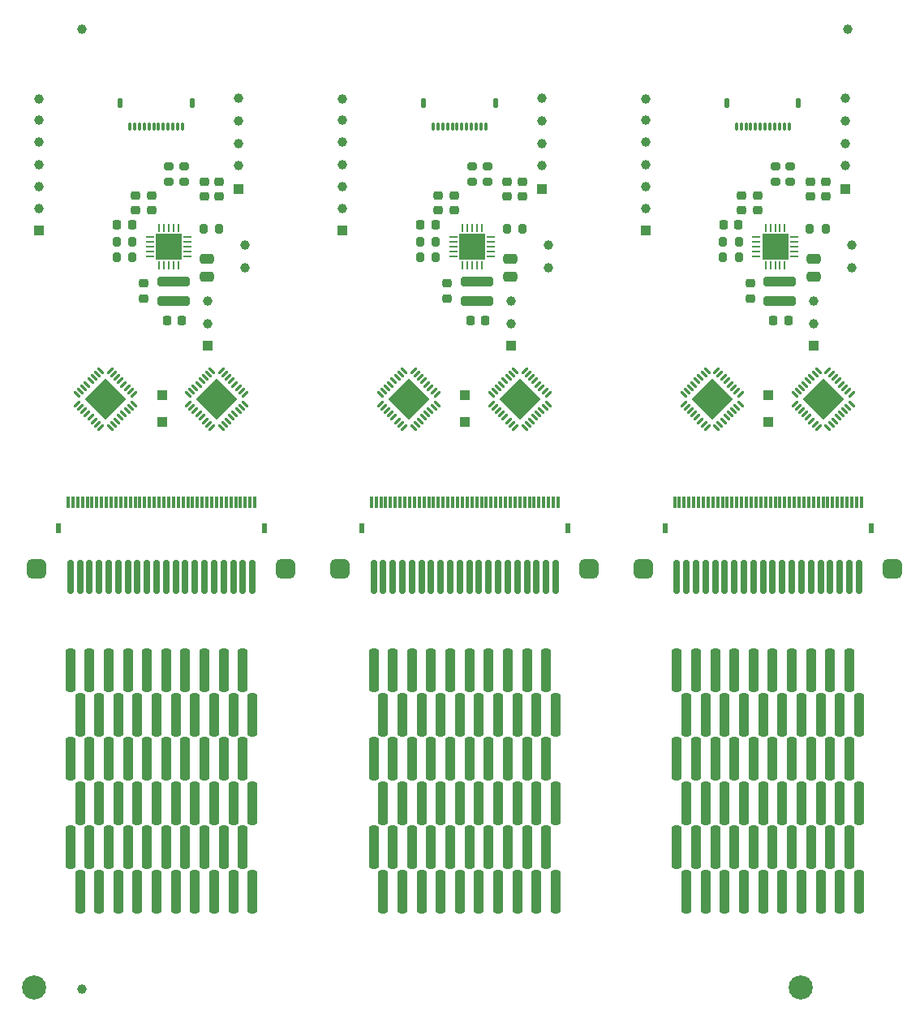
<source format=gbr>
%TF.GenerationSoftware,KiCad,Pcbnew,7.0.5*%
%TF.CreationDate,2023-07-03T18:09:17+02:00*%
%TF.ProjectId,actuator_panel,61637475-6174-46f7-925f-70616e656c2e,rev?*%
%TF.SameCoordinates,Original*%
%TF.FileFunction,Soldermask,Top*%
%TF.FilePolarity,Negative*%
%FSLAX46Y46*%
G04 Gerber Fmt 4.6, Leading zero omitted, Abs format (unit mm)*
G04 Created by KiCad (PCBNEW 7.0.5) date 2023-07-03 18:09:17*
%MOMM*%
%LPD*%
G01*
G04 APERTURE LIST*
G04 Aperture macros list*
%AMRoundRect*
0 Rectangle with rounded corners*
0 $1 Rounding radius*
0 $2 $3 $4 $5 $6 $7 $8 $9 X,Y pos of 4 corners*
0 Add a 4 corners polygon primitive as box body*
4,1,4,$2,$3,$4,$5,$6,$7,$8,$9,$2,$3,0*
0 Add four circle primitives for the rounded corners*
1,1,$1+$1,$2,$3*
1,1,$1+$1,$4,$5*
1,1,$1+$1,$6,$7*
1,1,$1+$1,$8,$9*
0 Add four rect primitives between the rounded corners*
20,1,$1+$1,$2,$3,$4,$5,0*
20,1,$1+$1,$4,$5,$6,$7,0*
20,1,$1+$1,$6,$7,$8,$9,0*
20,1,$1+$1,$8,$9,$2,$3,0*%
%AMRotRect*
0 Rectangle, with rotation*
0 The origin of the aperture is its center*
0 $1 length*
0 $2 width*
0 $3 Rotation angle, in degrees counterclockwise*
0 Add horizontal line*
21,1,$1,$2,0,0,$3*%
G04 Aperture macros list end*
%ADD10C,1.000000*%
%ADD11RoundRect,0.250000X-1.450000X0.250000X-1.450000X-0.250000X1.450000X-0.250000X1.450000X0.250000X0*%
%ADD12R,0.300000X1.250000*%
%ADD13R,0.500000X1.000000*%
%ADD14R,1.000000X1.000000*%
%ADD15RoundRect,0.225000X0.250000X-0.225000X0.250000X0.225000X-0.250000X0.225000X-0.250000X-0.225000X0*%
%ADD16RoundRect,0.200000X-0.200000X-0.275000X0.200000X-0.275000X0.200000X0.275000X-0.200000X0.275000X0*%
%ADD17RoundRect,0.225000X-0.225000X-0.250000X0.225000X-0.250000X0.225000X0.250000X-0.225000X0.250000X0*%
%ADD18RoundRect,0.075000X0.075000X0.325000X-0.075000X0.325000X-0.075000X-0.325000X0.075000X-0.325000X0*%
%ADD19RoundRect,0.125000X0.125000X0.375000X-0.125000X0.375000X-0.125000X-0.375000X0.125000X-0.375000X0*%
%ADD20RoundRect,0.500000X-0.500000X-0.500000X0.500000X-0.500000X0.500000X0.500000X-0.500000X0.500000X0*%
%ADD21RoundRect,0.150000X-0.150000X-1.600000X0.150000X-1.600000X0.150000X1.600000X-0.150000X1.600000X0*%
%ADD22RoundRect,0.250000X-0.250000X-2.000000X0.250000X-2.000000X0.250000X2.000000X-0.250000X2.000000X0*%
%ADD23RoundRect,0.250000X0.300000X-0.300000X0.300000X0.300000X-0.300000X0.300000X-0.300000X-0.300000X0*%
%ADD24RoundRect,0.250000X-0.475000X0.250000X-0.475000X-0.250000X0.475000X-0.250000X0.475000X0.250000X0*%
%ADD25RoundRect,0.062500X-0.220971X-0.309359X0.309359X0.220971X0.220971X0.309359X-0.309359X-0.220971X0*%
%ADD26RoundRect,0.062500X0.220971X-0.309359X0.309359X-0.220971X-0.220971X0.309359X-0.309359X0.220971X0*%
%ADD27RotRect,3.100000X3.100000X45.000000*%
%ADD28RoundRect,0.200000X0.275000X-0.200000X0.275000X0.200000X-0.275000X0.200000X-0.275000X-0.200000X0*%
%ADD29RoundRect,0.225000X0.225000X0.250000X-0.225000X0.250000X-0.225000X-0.250000X0.225000X-0.250000X0*%
%ADD30RoundRect,0.062500X-0.350000X-0.062500X0.350000X-0.062500X0.350000X0.062500X-0.350000X0.062500X0*%
%ADD31RoundRect,0.062500X-0.062500X-0.350000X0.062500X-0.350000X0.062500X0.350000X-0.062500X0.350000X0*%
%ADD32R,2.700000X2.700000*%
%ADD33C,2.510000*%
%ADD34RoundRect,0.200000X-0.275000X0.200000X-0.275000X-0.200000X0.275000X-0.200000X0.275000X0.200000X0*%
%ADD35RoundRect,0.062500X0.309359X-0.220971X-0.220971X0.309359X-0.309359X0.220971X0.220971X-0.309359X0*%
%ADD36RoundRect,0.062500X0.309359X0.220971X0.220971X0.309359X-0.309359X-0.220971X-0.220971X-0.309359X0*%
%ADD37RotRect,3.100000X3.100000X135.000000*%
G04 APERTURE END LIST*
D10*
%TO.C,TP3*%
X125575000Y-47400000D03*
%TD*%
%TO.C,KiKit_FID_T_3*%
X108525000Y-122700000D03*
%TD*%
D11*
%TO.C,L1*%
X118075000Y-48800000D03*
X118075000Y-50900000D03*
%TD*%
D12*
%TO.C,J2*%
X189875000Y-71850000D03*
X189375000Y-71850000D03*
X188875000Y-71850000D03*
X188375000Y-71850000D03*
X187875000Y-71850000D03*
X187375000Y-71850000D03*
X186875000Y-71850000D03*
X186375000Y-71850000D03*
X185875000Y-71850000D03*
X185375000Y-71850000D03*
X184875000Y-71850000D03*
X184375000Y-71850000D03*
X183875000Y-71850000D03*
X183375000Y-71850000D03*
X182875000Y-71850000D03*
X182375000Y-71850000D03*
X181875000Y-71850000D03*
X181375000Y-71850000D03*
X180875000Y-71850000D03*
X180375000Y-71850000D03*
X179875000Y-71850000D03*
X179375000Y-71850000D03*
X178875000Y-71850000D03*
X178375000Y-71850000D03*
X177875000Y-71850000D03*
X177375000Y-71850000D03*
X176875000Y-71850000D03*
X176375000Y-71850000D03*
X175875000Y-71850000D03*
X175375000Y-71850000D03*
X174875000Y-71850000D03*
X174375000Y-71850000D03*
X173875000Y-71850000D03*
X173375000Y-71850000D03*
X172875000Y-71850000D03*
X172375000Y-71850000D03*
X171875000Y-71850000D03*
X171375000Y-71850000D03*
X170875000Y-71850000D03*
X170375000Y-71850000D03*
D13*
X190875000Y-74550000D03*
X169375000Y-74550000D03*
%TD*%
D14*
%TO.C,TP2*%
X153275000Y-55550000D03*
%TD*%
D10*
%TO.C,TP11*%
X188175000Y-34400000D03*
%TD*%
%TO.C,TP3*%
X157225000Y-47400000D03*
%TD*%
%TO.C,TP15*%
X153275000Y-53225000D03*
%TD*%
%TO.C,TP4*%
X121625000Y-50900000D03*
%TD*%
%TO.C,TP13*%
X104075000Y-41200000D03*
%TD*%
D15*
%TO.C,C3*%
X147425000Y-41375000D03*
X147425000Y-39825000D03*
%TD*%
D14*
%TO.C,TP2*%
X135725000Y-43500000D03*
%TD*%
D16*
%TO.C,R3*%
X152850000Y-43300000D03*
X154500000Y-43300000D03*
%TD*%
D15*
%TO.C,C7*%
X154525000Y-39925000D03*
X154525000Y-38375000D03*
%TD*%
D14*
%TO.C,TP2*%
X167375000Y-43500000D03*
%TD*%
D17*
%TO.C,C8*%
X180700000Y-52900000D03*
X182250000Y-52900000D03*
%TD*%
D18*
%TO.C,J1*%
X145175000Y-32700000D03*
X145675000Y-32700000D03*
X146175000Y-32700000D03*
X146675000Y-32700000D03*
X147175000Y-32700000D03*
X147675000Y-32700000D03*
X148175000Y-32700000D03*
X148675000Y-32700000D03*
X149175000Y-32700000D03*
X149675000Y-32700000D03*
X150175000Y-32700000D03*
X150675000Y-32700000D03*
D19*
X151675000Y-30200000D03*
X144175000Y-30200000D03*
%TD*%
D12*
%TO.C,J2*%
X126575000Y-71850000D03*
X126075000Y-71850000D03*
X125575000Y-71850000D03*
X125075000Y-71850000D03*
X124575000Y-71850000D03*
X124075000Y-71850000D03*
X123575000Y-71850000D03*
X123075000Y-71850000D03*
X122575000Y-71850000D03*
X122075000Y-71850000D03*
X121575000Y-71850000D03*
X121075000Y-71850000D03*
X120575000Y-71850000D03*
X120075000Y-71850000D03*
X119575000Y-71850000D03*
X119075000Y-71850000D03*
X118575000Y-71850000D03*
X118075000Y-71850000D03*
X117575000Y-71850000D03*
X117075000Y-71850000D03*
X116575000Y-71850000D03*
X116075000Y-71850000D03*
X115575000Y-71850000D03*
X115075000Y-71850000D03*
X114575000Y-71850000D03*
X114075000Y-71850000D03*
X113575000Y-71850000D03*
X113075000Y-71850000D03*
X112575000Y-71850000D03*
X112075000Y-71850000D03*
X111575000Y-71850000D03*
X111075000Y-71850000D03*
X110575000Y-71850000D03*
X110075000Y-71850000D03*
X109575000Y-71850000D03*
X109075000Y-71850000D03*
X108575000Y-71850000D03*
X108075000Y-71850000D03*
X107575000Y-71850000D03*
X107075000Y-71850000D03*
D13*
X127575000Y-74550000D03*
X106075000Y-74550000D03*
%TD*%
D16*
%TO.C,R1*%
X143800000Y-46300000D03*
X145450000Y-46300000D03*
%TD*%
D10*
%TO.C,TP1*%
X104075000Y-29750000D03*
%TD*%
%TO.C,TP3*%
X188875000Y-47400000D03*
%TD*%
%TO.C,TP1*%
X167375000Y-29750000D03*
%TD*%
D16*
%TO.C,R1*%
X112150000Y-46300000D03*
X113800000Y-46300000D03*
%TD*%
%TO.C,R2*%
X112150000Y-44700000D03*
X113800000Y-44700000D03*
%TD*%
D10*
%TO.C,TP10*%
X188175000Y-36750000D03*
%TD*%
D16*
%TO.C,R2*%
X143800000Y-44700000D03*
X145450000Y-44700000D03*
%TD*%
D10*
%TO.C,TP10*%
X156525000Y-36750000D03*
%TD*%
%TO.C,TP4*%
X184925000Y-50900000D03*
%TD*%
D14*
%TO.C,TP2*%
X184925000Y-55550000D03*
%TD*%
D10*
%TO.C,TP14*%
X167375000Y-38900000D03*
%TD*%
D16*
%TO.C,R3*%
X121200000Y-43300000D03*
X122850000Y-43300000D03*
%TD*%
D20*
%TO.C,piezo1*%
X167115000Y-78800000D03*
D21*
X170615000Y-79650000D03*
X171615000Y-79650000D03*
X172615000Y-79650000D03*
X173615000Y-79650000D03*
X174615000Y-79650000D03*
X175615000Y-79650000D03*
X176615000Y-79650000D03*
X177615000Y-79650000D03*
X178615000Y-79650000D03*
X179615000Y-79650000D03*
X180615000Y-79650000D03*
X181615000Y-79650000D03*
X182615000Y-79650000D03*
X183615000Y-79650000D03*
X184615000Y-79650000D03*
X185615000Y-79650000D03*
X186615000Y-79650000D03*
X187615000Y-79650000D03*
X188615000Y-79650000D03*
X189615000Y-79650000D03*
D20*
X193115000Y-78800000D03*
D22*
X170615000Y-89350000D03*
X170615000Y-98600000D03*
X170615000Y-107850000D03*
X171615000Y-94000000D03*
X171615000Y-103250000D03*
X171615000Y-112500000D03*
X172615000Y-89350000D03*
X172615000Y-98600000D03*
X172615000Y-107850000D03*
X173615000Y-94000000D03*
X173615000Y-103250000D03*
X173615000Y-112500000D03*
X174615000Y-89350000D03*
X174615000Y-98600000D03*
X174615000Y-107850000D03*
X175615000Y-94000000D03*
X175615000Y-103250000D03*
X175615000Y-112500000D03*
X176615000Y-89350000D03*
X176615000Y-98600000D03*
X176615000Y-107850000D03*
X177615000Y-94000000D03*
X177615000Y-103250000D03*
X177615000Y-112500000D03*
X178615000Y-89350000D03*
X178615000Y-98600000D03*
X178615000Y-107850000D03*
X179615000Y-94000000D03*
X179615000Y-103250000D03*
X179615000Y-112500000D03*
X180615000Y-89350000D03*
X180615000Y-98600000D03*
X180615000Y-107850000D03*
X181615000Y-94000000D03*
X181615000Y-103250000D03*
X181615000Y-112500000D03*
X182615000Y-89350000D03*
X182615000Y-98600000D03*
X182615000Y-107850000D03*
X183615000Y-94000000D03*
X183615000Y-103250000D03*
X183615000Y-112500000D03*
X184615000Y-89350000D03*
X184615000Y-98600000D03*
X184615000Y-107850000D03*
X185615000Y-94000000D03*
X185615000Y-103250000D03*
X185615000Y-112500000D03*
X186615000Y-89350000D03*
X186615000Y-98600000D03*
X186615000Y-107850000D03*
X187615000Y-94000000D03*
X187615000Y-103250000D03*
X187615000Y-112500000D03*
X188615000Y-89350000D03*
X188615000Y-98600000D03*
X188615000Y-107850000D03*
X189615000Y-94000000D03*
X189615000Y-103250000D03*
X189615000Y-112500000D03*
%TD*%
D11*
%TO.C,L1*%
X181375000Y-48800000D03*
X181375000Y-50900000D03*
%TD*%
D23*
%TO.C,D1*%
X148525000Y-63500000D03*
X148525000Y-60700000D03*
%TD*%
D16*
%TO.C,R2*%
X175450000Y-44700000D03*
X177100000Y-44700000D03*
%TD*%
D10*
%TO.C,TP8*%
X167375000Y-32000000D03*
%TD*%
D15*
%TO.C,C6*%
X121275000Y-39925000D03*
X121275000Y-38375000D03*
%TD*%
D11*
%TO.C,L1*%
X149725000Y-48800000D03*
X149725000Y-50900000D03*
%TD*%
D10*
%TO.C,TP9*%
X167375000Y-34300000D03*
%TD*%
%TO.C,TP6*%
X124875000Y-29700000D03*
%TD*%
%TO.C,TP12*%
X104075000Y-36600000D03*
%TD*%
D15*
%TO.C,C5*%
X178275000Y-50575000D03*
X178275000Y-49025000D03*
%TD*%
D20*
%TO.C,piezo1*%
X135465000Y-78800000D03*
D21*
X138965000Y-79650000D03*
X139965000Y-79650000D03*
X140965000Y-79650000D03*
X141965000Y-79650000D03*
X142965000Y-79650000D03*
X143965000Y-79650000D03*
X144965000Y-79650000D03*
X145965000Y-79650000D03*
X146965000Y-79650000D03*
X147965000Y-79650000D03*
X148965000Y-79650000D03*
X149965000Y-79650000D03*
X150965000Y-79650000D03*
X151965000Y-79650000D03*
X152965000Y-79650000D03*
X153965000Y-79650000D03*
X154965000Y-79650000D03*
X155965000Y-79650000D03*
X156965000Y-79650000D03*
X157965000Y-79650000D03*
D20*
X161465000Y-78800000D03*
D22*
X138965000Y-89350000D03*
X138965000Y-98600000D03*
X138965000Y-107850000D03*
X139965000Y-94000000D03*
X139965000Y-103250000D03*
X139965000Y-112500000D03*
X140965000Y-89350000D03*
X140965000Y-98600000D03*
X140965000Y-107850000D03*
X141965000Y-94000000D03*
X141965000Y-103250000D03*
X141965000Y-112500000D03*
X142965000Y-89350000D03*
X142965000Y-98600000D03*
X142965000Y-107850000D03*
X143965000Y-94000000D03*
X143965000Y-103250000D03*
X143965000Y-112500000D03*
X144965000Y-89350000D03*
X144965000Y-98600000D03*
X144965000Y-107850000D03*
X145965000Y-94000000D03*
X145965000Y-103250000D03*
X145965000Y-112500000D03*
X146965000Y-89350000D03*
X146965000Y-98600000D03*
X146965000Y-107850000D03*
X147965000Y-94000000D03*
X147965000Y-103250000D03*
X147965000Y-112500000D03*
X148965000Y-89350000D03*
X148965000Y-98600000D03*
X148965000Y-107850000D03*
X149965000Y-94000000D03*
X149965000Y-103250000D03*
X149965000Y-112500000D03*
X150965000Y-89350000D03*
X150965000Y-98600000D03*
X150965000Y-107850000D03*
X151965000Y-94000000D03*
X151965000Y-103250000D03*
X151965000Y-112500000D03*
X152965000Y-89350000D03*
X152965000Y-98600000D03*
X152965000Y-107850000D03*
X153965000Y-94000000D03*
X153965000Y-103250000D03*
X153965000Y-112500000D03*
X154965000Y-89350000D03*
X154965000Y-98600000D03*
X154965000Y-107850000D03*
X155965000Y-94000000D03*
X155965000Y-103250000D03*
X155965000Y-112500000D03*
X156965000Y-89350000D03*
X156965000Y-98600000D03*
X156965000Y-107850000D03*
X157965000Y-94000000D03*
X157965000Y-103250000D03*
X157965000Y-112500000D03*
%TD*%
D24*
%TO.C,C4*%
X153225000Y-46450000D03*
X153225000Y-48350000D03*
%TD*%
D10*
%TO.C,TP6*%
X156525000Y-29700000D03*
%TD*%
D14*
%TO.C,TP2*%
X124875000Y-39150000D03*
%TD*%
D18*
%TO.C,J1*%
X176825000Y-32700000D03*
X177325000Y-32700000D03*
X177825000Y-32700000D03*
X178325000Y-32700000D03*
X178825000Y-32700000D03*
X179325000Y-32700000D03*
X179825000Y-32700000D03*
X180325000Y-32700000D03*
X180825000Y-32700000D03*
X181325000Y-32700000D03*
X181825000Y-32700000D03*
X182325000Y-32700000D03*
D19*
X183325000Y-30200000D03*
X175825000Y-30200000D03*
%TD*%
D10*
%TO.C,TP7*%
X124875000Y-32062500D03*
%TD*%
%TO.C,TP5*%
X188875000Y-45050000D03*
%TD*%
D23*
%TO.C,D1*%
X180175000Y-63500000D03*
X180175000Y-60700000D03*
%TD*%
D10*
%TO.C,TP15*%
X121625000Y-53225000D03*
%TD*%
D25*
%TO.C,U1*%
X171313990Y-61586136D03*
X171667544Y-61939689D03*
X172021097Y-62293243D03*
X172374651Y-62646796D03*
X172728204Y-63000349D03*
X173081757Y-63353903D03*
X173435311Y-63707456D03*
X173788864Y-64061010D03*
D26*
X174761136Y-64061010D03*
X175114689Y-63707456D03*
X175468243Y-63353903D03*
X175821796Y-63000349D03*
X176175349Y-62646796D03*
X176528903Y-62293243D03*
X176882456Y-61939689D03*
X177236010Y-61586136D03*
D25*
X177236010Y-60613864D03*
X176882456Y-60260311D03*
X176528903Y-59906757D03*
X176175349Y-59553204D03*
X175821796Y-59199651D03*
X175468243Y-58846097D03*
X175114689Y-58492544D03*
X174761136Y-58138990D03*
D26*
X173788864Y-58138990D03*
X173435311Y-58492544D03*
X173081757Y-58846097D03*
X172728204Y-59199651D03*
X172374651Y-59553204D03*
X172021097Y-59906757D03*
X171667544Y-60260311D03*
X171313990Y-60613864D03*
D27*
X174275000Y-61100000D03*
%TD*%
D28*
%TO.C,R5*%
X119175000Y-38425000D03*
X119175000Y-36775000D03*
%TD*%
D10*
%TO.C,KiKit_FID_T_2*%
X188475000Y-22500000D03*
%TD*%
D29*
%TO.C,C1*%
X113750000Y-42900000D03*
X112200000Y-42900000D03*
%TD*%
D15*
%TO.C,C7*%
X186175000Y-39925000D03*
X186175000Y-38375000D03*
%TD*%
D10*
%TO.C,TP10*%
X124875000Y-36750000D03*
%TD*%
%TO.C,TP14*%
X135725000Y-38900000D03*
%TD*%
%TO.C,TP7*%
X188175000Y-32062500D03*
%TD*%
D30*
%TO.C,U3*%
X147262500Y-44200000D03*
X147262500Y-44700000D03*
X147262500Y-45200000D03*
X147262500Y-45700000D03*
X147262500Y-46200000D03*
D31*
X148225000Y-47162500D03*
X148725000Y-47162500D03*
X149225000Y-47162500D03*
X149725000Y-47162500D03*
X150225000Y-47162500D03*
D30*
X151187500Y-46200000D03*
X151187500Y-45700000D03*
X151187500Y-45200000D03*
X151187500Y-44700000D03*
X151187500Y-44200000D03*
D31*
X150225000Y-43237500D03*
X149725000Y-43237500D03*
X149225000Y-43237500D03*
X148725000Y-43237500D03*
X148225000Y-43237500D03*
D32*
X149225000Y-45200000D03*
%TD*%
D10*
%TO.C,TP8*%
X104075000Y-32000000D03*
%TD*%
D33*
%TO.C,REF\u002A\u002A*%
X183525000Y-122500000D03*
%TD*%
D10*
%TO.C,TP9*%
X135725000Y-34300000D03*
%TD*%
D29*
%TO.C,C1*%
X177050000Y-42900000D03*
X175500000Y-42900000D03*
%TD*%
D15*
%TO.C,C2*%
X177375000Y-41375000D03*
X177375000Y-39825000D03*
%TD*%
D23*
%TO.C,D1*%
X116875000Y-63500000D03*
X116875000Y-60700000D03*
%TD*%
D10*
%TO.C,TP12*%
X135725000Y-36600000D03*
%TD*%
D15*
%TO.C,C7*%
X122875000Y-39925000D03*
X122875000Y-38375000D03*
%TD*%
D34*
%TO.C,R4*%
X149225000Y-36775000D03*
X149225000Y-38425000D03*
%TD*%
D17*
%TO.C,C8*%
X117400000Y-52900000D03*
X118950000Y-52900000D03*
%TD*%
D10*
%TO.C,TP1*%
X135725000Y-29750000D03*
%TD*%
D25*
%TO.C,U1*%
X108013990Y-61586136D03*
X108367544Y-61939689D03*
X108721097Y-62293243D03*
X109074651Y-62646796D03*
X109428204Y-63000349D03*
X109781757Y-63353903D03*
X110135311Y-63707456D03*
X110488864Y-64061010D03*
D26*
X111461136Y-64061010D03*
X111814689Y-63707456D03*
X112168243Y-63353903D03*
X112521796Y-63000349D03*
X112875349Y-62646796D03*
X113228903Y-62293243D03*
X113582456Y-61939689D03*
X113936010Y-61586136D03*
D25*
X113936010Y-60613864D03*
X113582456Y-60260311D03*
X113228903Y-59906757D03*
X112875349Y-59553204D03*
X112521796Y-59199651D03*
X112168243Y-58846097D03*
X111814689Y-58492544D03*
X111461136Y-58138990D03*
D26*
X110488864Y-58138990D03*
X110135311Y-58492544D03*
X109781757Y-58846097D03*
X109428204Y-59199651D03*
X109074651Y-59553204D03*
X108721097Y-59906757D03*
X108367544Y-60260311D03*
X108013990Y-60613864D03*
D27*
X110975000Y-61100000D03*
%TD*%
D10*
%TO.C,TP11*%
X124875000Y-34400000D03*
%TD*%
%TO.C,TP14*%
X104075000Y-38900000D03*
%TD*%
%TO.C,TP7*%
X156525000Y-32062500D03*
%TD*%
D34*
%TO.C,R4*%
X117575000Y-36775000D03*
X117575000Y-38425000D03*
%TD*%
D10*
%TO.C,TP6*%
X188175000Y-29700000D03*
%TD*%
D24*
%TO.C,C4*%
X121575000Y-46450000D03*
X121575000Y-48350000D03*
%TD*%
D15*
%TO.C,C5*%
X146625000Y-50575000D03*
X146625000Y-49025000D03*
%TD*%
D25*
%TO.C,U1*%
X139663990Y-61586136D03*
X140017544Y-61939689D03*
X140371097Y-62293243D03*
X140724651Y-62646796D03*
X141078204Y-63000349D03*
X141431757Y-63353903D03*
X141785311Y-63707456D03*
X142138864Y-64061010D03*
D26*
X143111136Y-64061010D03*
X143464689Y-63707456D03*
X143818243Y-63353903D03*
X144171796Y-63000349D03*
X144525349Y-62646796D03*
X144878903Y-62293243D03*
X145232456Y-61939689D03*
X145586010Y-61586136D03*
D25*
X145586010Y-60613864D03*
X145232456Y-60260311D03*
X144878903Y-59906757D03*
X144525349Y-59553204D03*
X144171796Y-59199651D03*
X143818243Y-58846097D03*
X143464689Y-58492544D03*
X143111136Y-58138990D03*
D26*
X142138864Y-58138990D03*
X141785311Y-58492544D03*
X141431757Y-58846097D03*
X141078204Y-59199651D03*
X140724651Y-59553204D03*
X140371097Y-59906757D03*
X140017544Y-60260311D03*
X139663990Y-60613864D03*
D27*
X142625000Y-61100000D03*
%TD*%
D10*
%TO.C,TP5*%
X125575000Y-45050000D03*
%TD*%
D15*
%TO.C,C3*%
X179075000Y-41375000D03*
X179075000Y-39825000D03*
%TD*%
D28*
%TO.C,R5*%
X150825000Y-38425000D03*
X150825000Y-36775000D03*
%TD*%
D10*
%TO.C,TP5*%
X157225000Y-45050000D03*
%TD*%
D15*
%TO.C,C3*%
X115775000Y-41375000D03*
X115775000Y-39825000D03*
%TD*%
D34*
%TO.C,R4*%
X180875000Y-36775000D03*
X180875000Y-38425000D03*
%TD*%
D33*
%TO.C,REF\u002A\u002A*%
X103525000Y-122500000D03*
%TD*%
D24*
%TO.C,C4*%
X184875000Y-46450000D03*
X184875000Y-48350000D03*
%TD*%
D28*
%TO.C,R5*%
X182475000Y-38425000D03*
X182475000Y-36775000D03*
%TD*%
D15*
%TO.C,C5*%
X114975000Y-50575000D03*
X114975000Y-49025000D03*
%TD*%
D17*
%TO.C,C8*%
X149050000Y-52900000D03*
X150600000Y-52900000D03*
%TD*%
D29*
%TO.C,C1*%
X145400000Y-42900000D03*
X143850000Y-42900000D03*
%TD*%
D10*
%TO.C,TP13*%
X167375000Y-41200000D03*
%TD*%
D12*
%TO.C,J2*%
X158225000Y-71850000D03*
X157725000Y-71850000D03*
X157225000Y-71850000D03*
X156725000Y-71850000D03*
X156225000Y-71850000D03*
X155725000Y-71850000D03*
X155225000Y-71850000D03*
X154725000Y-71850000D03*
X154225000Y-71850000D03*
X153725000Y-71850000D03*
X153225000Y-71850000D03*
X152725000Y-71850000D03*
X152225000Y-71850000D03*
X151725000Y-71850000D03*
X151225000Y-71850000D03*
X150725000Y-71850000D03*
X150225000Y-71850000D03*
X149725000Y-71850000D03*
X149225000Y-71850000D03*
X148725000Y-71850000D03*
X148225000Y-71850000D03*
X147725000Y-71850000D03*
X147225000Y-71850000D03*
X146725000Y-71850000D03*
X146225000Y-71850000D03*
X145725000Y-71850000D03*
X145225000Y-71850000D03*
X144725000Y-71850000D03*
X144225000Y-71850000D03*
X143725000Y-71850000D03*
X143225000Y-71850000D03*
X142725000Y-71850000D03*
X142225000Y-71850000D03*
X141725000Y-71850000D03*
X141225000Y-71850000D03*
X140725000Y-71850000D03*
X140225000Y-71850000D03*
X139725000Y-71850000D03*
X139225000Y-71850000D03*
X138725000Y-71850000D03*
D13*
X159225000Y-74550000D03*
X137725000Y-74550000D03*
%TD*%
D10*
%TO.C,TP11*%
X156525000Y-34400000D03*
%TD*%
D16*
%TO.C,R1*%
X175450000Y-46300000D03*
X177100000Y-46300000D03*
%TD*%
D35*
%TO.C,U2*%
X154711136Y-64061010D03*
X155064689Y-63707456D03*
X155418243Y-63353903D03*
X155771796Y-63000349D03*
X156125349Y-62646796D03*
X156478903Y-62293243D03*
X156832456Y-61939689D03*
X157186010Y-61586136D03*
D36*
X157186010Y-60613864D03*
X156832456Y-60260311D03*
X156478903Y-59906757D03*
X156125349Y-59553204D03*
X155771796Y-59199651D03*
X155418243Y-58846097D03*
X155064689Y-58492544D03*
X154711136Y-58138990D03*
D35*
X153738864Y-58138990D03*
X153385311Y-58492544D03*
X153031757Y-58846097D03*
X152678204Y-59199651D03*
X152324651Y-59553204D03*
X151971097Y-59906757D03*
X151617544Y-60260311D03*
X151263990Y-60613864D03*
D36*
X151263990Y-61586136D03*
X151617544Y-61939689D03*
X151971097Y-62293243D03*
X152324651Y-62646796D03*
X152678204Y-63000349D03*
X153031757Y-63353903D03*
X153385311Y-63707456D03*
X153738864Y-64061010D03*
D37*
X154225000Y-61100000D03*
%TD*%
D14*
%TO.C,TP2*%
X121625000Y-55550000D03*
%TD*%
D15*
%TO.C,C6*%
X184575000Y-39925000D03*
X184575000Y-38375000D03*
%TD*%
D10*
%TO.C,TP4*%
X153275000Y-50900000D03*
%TD*%
D15*
%TO.C,C2*%
X145725000Y-41375000D03*
X145725000Y-39825000D03*
%TD*%
%TO.C,C6*%
X152925000Y-39925000D03*
X152925000Y-38375000D03*
%TD*%
D35*
%TO.C,U2*%
X186361136Y-64061010D03*
X186714689Y-63707456D03*
X187068243Y-63353903D03*
X187421796Y-63000349D03*
X187775349Y-62646796D03*
X188128903Y-62293243D03*
X188482456Y-61939689D03*
X188836010Y-61586136D03*
D36*
X188836010Y-60613864D03*
X188482456Y-60260311D03*
X188128903Y-59906757D03*
X187775349Y-59553204D03*
X187421796Y-59199651D03*
X187068243Y-58846097D03*
X186714689Y-58492544D03*
X186361136Y-58138990D03*
D35*
X185388864Y-58138990D03*
X185035311Y-58492544D03*
X184681757Y-58846097D03*
X184328204Y-59199651D03*
X183974651Y-59553204D03*
X183621097Y-59906757D03*
X183267544Y-60260311D03*
X182913990Y-60613864D03*
D36*
X182913990Y-61586136D03*
X183267544Y-61939689D03*
X183621097Y-62293243D03*
X183974651Y-62646796D03*
X184328204Y-63000349D03*
X184681757Y-63353903D03*
X185035311Y-63707456D03*
X185388864Y-64061010D03*
D37*
X185875000Y-61100000D03*
%TD*%
D30*
%TO.C,U3*%
X178912500Y-44200000D03*
X178912500Y-44700000D03*
X178912500Y-45200000D03*
X178912500Y-45700000D03*
X178912500Y-46200000D03*
D31*
X179875000Y-47162500D03*
X180375000Y-47162500D03*
X180875000Y-47162500D03*
X181375000Y-47162500D03*
X181875000Y-47162500D03*
D30*
X182837500Y-46200000D03*
X182837500Y-45700000D03*
X182837500Y-45200000D03*
X182837500Y-44700000D03*
X182837500Y-44200000D03*
D31*
X181875000Y-43237500D03*
X181375000Y-43237500D03*
X180875000Y-43237500D03*
X180375000Y-43237500D03*
X179875000Y-43237500D03*
D32*
X180875000Y-45200000D03*
%TD*%
D10*
%TO.C,TP9*%
X104075000Y-34300000D03*
%TD*%
D16*
%TO.C,R3*%
X184500000Y-43300000D03*
X186150000Y-43300000D03*
%TD*%
D30*
%TO.C,U3*%
X115612500Y-44200000D03*
X115612500Y-44700000D03*
X115612500Y-45200000D03*
X115612500Y-45700000D03*
X115612500Y-46200000D03*
D31*
X116575000Y-47162500D03*
X117075000Y-47162500D03*
X117575000Y-47162500D03*
X118075000Y-47162500D03*
X118575000Y-47162500D03*
D30*
X119537500Y-46200000D03*
X119537500Y-45700000D03*
X119537500Y-45200000D03*
X119537500Y-44700000D03*
X119537500Y-44200000D03*
D31*
X118575000Y-43237500D03*
X118075000Y-43237500D03*
X117575000Y-43237500D03*
X117075000Y-43237500D03*
X116575000Y-43237500D03*
D32*
X117575000Y-45200000D03*
%TD*%
D10*
%TO.C,TP12*%
X167375000Y-36600000D03*
%TD*%
D14*
%TO.C,TP2*%
X104075000Y-43500000D03*
%TD*%
D20*
%TO.C,piezo1*%
X103815000Y-78800000D03*
D21*
X107315000Y-79650000D03*
X108315000Y-79650000D03*
X109315000Y-79650000D03*
X110315000Y-79650000D03*
X111315000Y-79650000D03*
X112315000Y-79650000D03*
X113315000Y-79650000D03*
X114315000Y-79650000D03*
X115315000Y-79650000D03*
X116315000Y-79650000D03*
X117315000Y-79650000D03*
X118315000Y-79650000D03*
X119315000Y-79650000D03*
X120315000Y-79650000D03*
X121315000Y-79650000D03*
X122315000Y-79650000D03*
X123315000Y-79650000D03*
X124315000Y-79650000D03*
X125315000Y-79650000D03*
X126315000Y-79650000D03*
D20*
X129815000Y-78800000D03*
D22*
X107315000Y-89350000D03*
X107315000Y-98600000D03*
X107315000Y-107850000D03*
X108315000Y-94000000D03*
X108315000Y-103250000D03*
X108315000Y-112500000D03*
X109315000Y-89350000D03*
X109315000Y-98600000D03*
X109315000Y-107850000D03*
X110315000Y-94000000D03*
X110315000Y-103250000D03*
X110315000Y-112500000D03*
X111315000Y-89350000D03*
X111315000Y-98600000D03*
X111315000Y-107850000D03*
X112315000Y-94000000D03*
X112315000Y-103250000D03*
X112315000Y-112500000D03*
X113315000Y-89350000D03*
X113315000Y-98600000D03*
X113315000Y-107850000D03*
X114315000Y-94000000D03*
X114315000Y-103250000D03*
X114315000Y-112500000D03*
X115315000Y-89350000D03*
X115315000Y-98600000D03*
X115315000Y-107850000D03*
X116315000Y-94000000D03*
X116315000Y-103250000D03*
X116315000Y-112500000D03*
X117315000Y-89350000D03*
X117315000Y-98600000D03*
X117315000Y-107850000D03*
X118315000Y-94000000D03*
X118315000Y-103250000D03*
X118315000Y-112500000D03*
X119315000Y-89350000D03*
X119315000Y-98600000D03*
X119315000Y-107850000D03*
X120315000Y-94000000D03*
X120315000Y-103250000D03*
X120315000Y-112500000D03*
X121315000Y-89350000D03*
X121315000Y-98600000D03*
X121315000Y-107850000D03*
X122315000Y-94000000D03*
X122315000Y-103250000D03*
X122315000Y-112500000D03*
X123315000Y-89350000D03*
X123315000Y-98600000D03*
X123315000Y-107850000D03*
X124315000Y-94000000D03*
X124315000Y-103250000D03*
X124315000Y-112500000D03*
X125315000Y-89350000D03*
X125315000Y-98600000D03*
X125315000Y-107850000D03*
X126315000Y-94000000D03*
X126315000Y-103250000D03*
X126315000Y-112500000D03*
%TD*%
D35*
%TO.C,U2*%
X123061136Y-64061010D03*
X123414689Y-63707456D03*
X123768243Y-63353903D03*
X124121796Y-63000349D03*
X124475349Y-62646796D03*
X124828903Y-62293243D03*
X125182456Y-61939689D03*
X125536010Y-61586136D03*
D36*
X125536010Y-60613864D03*
X125182456Y-60260311D03*
X124828903Y-59906757D03*
X124475349Y-59553204D03*
X124121796Y-59199651D03*
X123768243Y-58846097D03*
X123414689Y-58492544D03*
X123061136Y-58138990D03*
D35*
X122088864Y-58138990D03*
X121735311Y-58492544D03*
X121381757Y-58846097D03*
X121028204Y-59199651D03*
X120674651Y-59553204D03*
X120321097Y-59906757D03*
X119967544Y-60260311D03*
X119613990Y-60613864D03*
D36*
X119613990Y-61586136D03*
X119967544Y-61939689D03*
X120321097Y-62293243D03*
X120674651Y-62646796D03*
X121028204Y-63000349D03*
X121381757Y-63353903D03*
X121735311Y-63707456D03*
X122088864Y-64061010D03*
D37*
X122575000Y-61100000D03*
%TD*%
D14*
%TO.C,TP2*%
X156525000Y-39150000D03*
%TD*%
D18*
%TO.C,J1*%
X113525000Y-32700000D03*
X114025000Y-32700000D03*
X114525000Y-32700000D03*
X115025000Y-32700000D03*
X115525000Y-32700000D03*
X116025000Y-32700000D03*
X116525000Y-32700000D03*
X117025000Y-32700000D03*
X117525000Y-32700000D03*
X118025000Y-32700000D03*
X118525000Y-32700000D03*
X119025000Y-32700000D03*
D19*
X120025000Y-30200000D03*
X112525000Y-30200000D03*
%TD*%
D15*
%TO.C,C2*%
X114075000Y-41375000D03*
X114075000Y-39825000D03*
%TD*%
D10*
%TO.C,TP15*%
X184925000Y-53225000D03*
%TD*%
D14*
%TO.C,TP2*%
X188175000Y-39150000D03*
%TD*%
D10*
%TO.C,TP13*%
X135725000Y-41200000D03*
%TD*%
%TO.C,KiKit_FID_T_1*%
X108525000Y-22500000D03*
%TD*%
%TO.C,TP8*%
X135725000Y-32000000D03*
%TD*%
M02*

</source>
